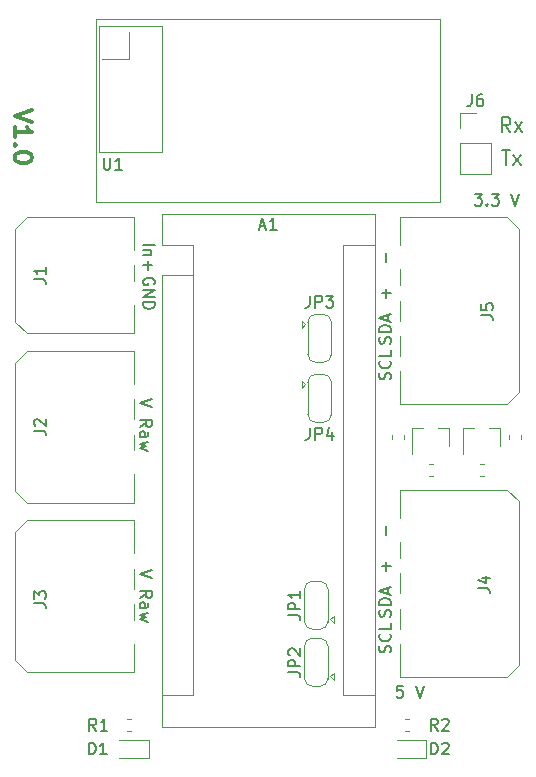
<source format=gbr>
G04 #@! TF.GenerationSoftware,KiCad,Pcbnew,(5.1.5)-3*
G04 #@! TF.CreationDate,2020-05-08T22:00:03-06:00*
G04 #@! TF.ProjectId,fluid,666c7569-642e-46b6-9963-61645f706362,rev?*
G04 #@! TF.SameCoordinates,Original*
G04 #@! TF.FileFunction,Legend,Top*
G04 #@! TF.FilePolarity,Positive*
%FSLAX46Y46*%
G04 Gerber Fmt 4.6, Leading zero omitted, Abs format (unit mm)*
G04 Created by KiCad (PCBNEW (5.1.5)-3) date 2020-05-08 22:00:03*
%MOMM*%
%LPD*%
G04 APERTURE LIST*
%ADD10C,0.200000*%
%ADD11C,0.300000*%
%ADD12C,0.150000*%
%ADD13C,0.120000*%
G04 APERTURE END LIST*
D10*
X102295428Y-97640857D02*
X102981142Y-97640857D01*
X102638285Y-98840857D02*
X102638285Y-97640857D01*
X103266857Y-98840857D02*
X103895428Y-98040857D01*
X103266857Y-98040857D02*
X103895428Y-98840857D01*
X103009714Y-96046857D02*
X102609714Y-95475428D01*
X102324000Y-96046857D02*
X102324000Y-94846857D01*
X102781142Y-94846857D01*
X102895428Y-94904000D01*
X102952571Y-94961142D01*
X103009714Y-95075428D01*
X103009714Y-95246857D01*
X102952571Y-95361142D01*
X102895428Y-95418285D01*
X102781142Y-95475428D01*
X102324000Y-95475428D01*
X103409714Y-96046857D02*
X104038285Y-95246857D01*
X103409714Y-95246857D02*
X104038285Y-96046857D01*
D11*
X62543428Y-94234285D02*
X61043428Y-94734285D01*
X62543428Y-95234285D01*
X61043428Y-96520000D02*
X61043428Y-95662857D01*
X61043428Y-96091428D02*
X62543428Y-96091428D01*
X62329142Y-95948571D01*
X62186285Y-95805714D01*
X62114857Y-95662857D01*
X61186285Y-97162857D02*
X61114857Y-97234285D01*
X61043428Y-97162857D01*
X61114857Y-97091428D01*
X61186285Y-97162857D01*
X61043428Y-97162857D01*
X62543428Y-98162857D02*
X62543428Y-98305714D01*
X62472000Y-98448571D01*
X62400571Y-98520000D01*
X62257714Y-98591428D01*
X61972000Y-98662857D01*
X61614857Y-98662857D01*
X61329142Y-98591428D01*
X61186285Y-98520000D01*
X61114857Y-98448571D01*
X61043428Y-98305714D01*
X61043428Y-98162857D01*
X61114857Y-98020000D01*
X61186285Y-97948571D01*
X61329142Y-97877142D01*
X61614857Y-97805714D01*
X61972000Y-97805714D01*
X62257714Y-97877142D01*
X62400571Y-97948571D01*
X62472000Y-98020000D01*
X62543428Y-98162857D01*
D12*
X72890000Y-108966095D02*
X72937619Y-108870857D01*
X72937619Y-108728000D01*
X72890000Y-108585142D01*
X72794761Y-108489904D01*
X72699523Y-108442285D01*
X72509047Y-108394666D01*
X72366190Y-108394666D01*
X72175714Y-108442285D01*
X72080476Y-108489904D01*
X71985238Y-108585142D01*
X71937619Y-108728000D01*
X71937619Y-108823238D01*
X71985238Y-108966095D01*
X72032857Y-109013714D01*
X72366190Y-109013714D01*
X72366190Y-108823238D01*
X71937619Y-109442285D02*
X72937619Y-109442285D01*
X71937619Y-110013714D01*
X72937619Y-110013714D01*
X71937619Y-110489904D02*
X72937619Y-110489904D01*
X72937619Y-110728000D01*
X72890000Y-110870857D01*
X72794761Y-110966095D01*
X72699523Y-111013714D01*
X72509047Y-111061333D01*
X72366190Y-111061333D01*
X72175714Y-111013714D01*
X72080476Y-110966095D01*
X71985238Y-110870857D01*
X71937619Y-110728000D01*
X71937619Y-110489904D01*
X71937619Y-105608571D02*
X72937619Y-105608571D01*
X72604285Y-106084761D02*
X71937619Y-106084761D01*
X72509047Y-106084761D02*
X72556666Y-106132380D01*
X72604285Y-106227619D01*
X72604285Y-106370476D01*
X72556666Y-106465714D01*
X72461428Y-106513333D01*
X71937619Y-106513333D01*
X72318571Y-106989523D02*
X72318571Y-107751428D01*
X71937619Y-107370476D02*
X72699523Y-107370476D01*
X72683619Y-118713523D02*
X71683619Y-119046857D01*
X72683619Y-119380190D01*
X71683619Y-121046857D02*
X72159809Y-120713523D01*
X71683619Y-120475428D02*
X72683619Y-120475428D01*
X72683619Y-120856380D01*
X72636000Y-120951619D01*
X72588380Y-120999238D01*
X72493142Y-121046857D01*
X72350285Y-121046857D01*
X72255047Y-120999238D01*
X72207428Y-120951619D01*
X72159809Y-120856380D01*
X72159809Y-120475428D01*
X71683619Y-121904000D02*
X72207428Y-121904000D01*
X72302666Y-121856380D01*
X72350285Y-121761142D01*
X72350285Y-121570666D01*
X72302666Y-121475428D01*
X71731238Y-121904000D02*
X71683619Y-121808761D01*
X71683619Y-121570666D01*
X71731238Y-121475428D01*
X71826476Y-121427809D01*
X71921714Y-121427809D01*
X72016952Y-121475428D01*
X72064571Y-121570666D01*
X72064571Y-121808761D01*
X72112190Y-121904000D01*
X72350285Y-122284952D02*
X71683619Y-122475428D01*
X72159809Y-122665904D01*
X71683619Y-122856380D01*
X72350285Y-123046857D01*
X72683619Y-133191523D02*
X71683619Y-133524857D01*
X72683619Y-133858190D01*
X71683619Y-135524857D02*
X72159809Y-135191523D01*
X71683619Y-134953428D02*
X72683619Y-134953428D01*
X72683619Y-135334380D01*
X72636000Y-135429619D01*
X72588380Y-135477238D01*
X72493142Y-135524857D01*
X72350285Y-135524857D01*
X72255047Y-135477238D01*
X72207428Y-135429619D01*
X72159809Y-135334380D01*
X72159809Y-134953428D01*
X71683619Y-136382000D02*
X72207428Y-136382000D01*
X72302666Y-136334380D01*
X72350285Y-136239142D01*
X72350285Y-136048666D01*
X72302666Y-135953428D01*
X71731238Y-136382000D02*
X71683619Y-136286761D01*
X71683619Y-136048666D01*
X71731238Y-135953428D01*
X71826476Y-135905809D01*
X71921714Y-135905809D01*
X72016952Y-135953428D01*
X72064571Y-136048666D01*
X72064571Y-136286761D01*
X72112190Y-136382000D01*
X72350285Y-136762952D02*
X71683619Y-136953428D01*
X72159809Y-137143904D01*
X71683619Y-137334380D01*
X72350285Y-137524857D01*
X92527428Y-130174952D02*
X92527428Y-129413047D01*
X92527428Y-133222952D02*
X92527428Y-132461047D01*
X92908380Y-132842000D02*
X92146476Y-132842000D01*
X92527428Y-107060952D02*
X92527428Y-106299047D01*
X92527428Y-110108952D02*
X92527428Y-109347047D01*
X92908380Y-109728000D02*
X92146476Y-109728000D01*
X92860761Y-117014476D02*
X92908380Y-116871619D01*
X92908380Y-116633523D01*
X92860761Y-116538285D01*
X92813142Y-116490666D01*
X92717904Y-116443047D01*
X92622666Y-116443047D01*
X92527428Y-116490666D01*
X92479809Y-116538285D01*
X92432190Y-116633523D01*
X92384571Y-116824000D01*
X92336952Y-116919238D01*
X92289333Y-116966857D01*
X92194095Y-117014476D01*
X92098857Y-117014476D01*
X92003619Y-116966857D01*
X91956000Y-116919238D01*
X91908380Y-116824000D01*
X91908380Y-116585904D01*
X91956000Y-116443047D01*
X92813142Y-115443047D02*
X92860761Y-115490666D01*
X92908380Y-115633523D01*
X92908380Y-115728761D01*
X92860761Y-115871619D01*
X92765523Y-115966857D01*
X92670285Y-116014476D01*
X92479809Y-116062095D01*
X92336952Y-116062095D01*
X92146476Y-116014476D01*
X92051238Y-115966857D01*
X91956000Y-115871619D01*
X91908380Y-115728761D01*
X91908380Y-115633523D01*
X91956000Y-115490666D01*
X92003619Y-115443047D01*
X92908380Y-114538285D02*
X92908380Y-115014476D01*
X91908380Y-115014476D01*
X92860761Y-113990285D02*
X92908380Y-113847428D01*
X92908380Y-113609333D01*
X92860761Y-113514095D01*
X92813142Y-113466476D01*
X92717904Y-113418857D01*
X92622666Y-113418857D01*
X92527428Y-113466476D01*
X92479809Y-113514095D01*
X92432190Y-113609333D01*
X92384571Y-113799809D01*
X92336952Y-113895047D01*
X92289333Y-113942666D01*
X92194095Y-113990285D01*
X92098857Y-113990285D01*
X92003619Y-113942666D01*
X91956000Y-113895047D01*
X91908380Y-113799809D01*
X91908380Y-113561714D01*
X91956000Y-113418857D01*
X92908380Y-112990285D02*
X91908380Y-112990285D01*
X91908380Y-112752190D01*
X91956000Y-112609333D01*
X92051238Y-112514095D01*
X92146476Y-112466476D01*
X92336952Y-112418857D01*
X92479809Y-112418857D01*
X92670285Y-112466476D01*
X92765523Y-112514095D01*
X92860761Y-112609333D01*
X92908380Y-112752190D01*
X92908380Y-112990285D01*
X92622666Y-112037904D02*
X92622666Y-111561714D01*
X92908380Y-112133142D02*
X91908380Y-111799809D01*
X92908380Y-111466476D01*
X92860761Y-140128476D02*
X92908380Y-139985619D01*
X92908380Y-139747523D01*
X92860761Y-139652285D01*
X92813142Y-139604666D01*
X92717904Y-139557047D01*
X92622666Y-139557047D01*
X92527428Y-139604666D01*
X92479809Y-139652285D01*
X92432190Y-139747523D01*
X92384571Y-139938000D01*
X92336952Y-140033238D01*
X92289333Y-140080857D01*
X92194095Y-140128476D01*
X92098857Y-140128476D01*
X92003619Y-140080857D01*
X91956000Y-140033238D01*
X91908380Y-139938000D01*
X91908380Y-139699904D01*
X91956000Y-139557047D01*
X92813142Y-138557047D02*
X92860761Y-138604666D01*
X92908380Y-138747523D01*
X92908380Y-138842761D01*
X92860761Y-138985619D01*
X92765523Y-139080857D01*
X92670285Y-139128476D01*
X92479809Y-139176095D01*
X92336952Y-139176095D01*
X92146476Y-139128476D01*
X92051238Y-139080857D01*
X91956000Y-138985619D01*
X91908380Y-138842761D01*
X91908380Y-138747523D01*
X91956000Y-138604666D01*
X92003619Y-138557047D01*
X92908380Y-137652285D02*
X92908380Y-138128476D01*
X91908380Y-138128476D01*
X92860761Y-137104285D02*
X92908380Y-136961428D01*
X92908380Y-136723333D01*
X92860761Y-136628095D01*
X92813142Y-136580476D01*
X92717904Y-136532857D01*
X92622666Y-136532857D01*
X92527428Y-136580476D01*
X92479809Y-136628095D01*
X92432190Y-136723333D01*
X92384571Y-136913809D01*
X92336952Y-137009047D01*
X92289333Y-137056666D01*
X92194095Y-137104285D01*
X92098857Y-137104285D01*
X92003619Y-137056666D01*
X91956000Y-137009047D01*
X91908380Y-136913809D01*
X91908380Y-136675714D01*
X91956000Y-136532857D01*
X92908380Y-136104285D02*
X91908380Y-136104285D01*
X91908380Y-135866190D01*
X91956000Y-135723333D01*
X92051238Y-135628095D01*
X92146476Y-135580476D01*
X92336952Y-135532857D01*
X92479809Y-135532857D01*
X92670285Y-135580476D01*
X92765523Y-135628095D01*
X92860761Y-135723333D01*
X92908380Y-135866190D01*
X92908380Y-136104285D01*
X92622666Y-135151904D02*
X92622666Y-134675714D01*
X92908380Y-135247142D02*
X91908380Y-134913809D01*
X92908380Y-134580476D01*
X93916571Y-142962380D02*
X93440380Y-142962380D01*
X93392761Y-143438571D01*
X93440380Y-143390952D01*
X93535619Y-143343333D01*
X93773714Y-143343333D01*
X93868952Y-143390952D01*
X93916571Y-143438571D01*
X93964190Y-143533809D01*
X93964190Y-143771904D01*
X93916571Y-143867142D01*
X93868952Y-143914761D01*
X93773714Y-143962380D01*
X93535619Y-143962380D01*
X93440380Y-143914761D01*
X93392761Y-143867142D01*
X95011809Y-142962380D02*
X95345142Y-143962380D01*
X95678476Y-142962380D01*
X99996857Y-101306380D02*
X100615904Y-101306380D01*
X100282571Y-101687333D01*
X100425428Y-101687333D01*
X100520666Y-101734952D01*
X100568285Y-101782571D01*
X100615904Y-101877809D01*
X100615904Y-102115904D01*
X100568285Y-102211142D01*
X100520666Y-102258761D01*
X100425428Y-102306380D01*
X100139714Y-102306380D01*
X100044476Y-102258761D01*
X99996857Y-102211142D01*
X101044476Y-102211142D02*
X101092095Y-102258761D01*
X101044476Y-102306380D01*
X100996857Y-102258761D01*
X101044476Y-102211142D01*
X101044476Y-102306380D01*
X101425428Y-101306380D02*
X102044476Y-101306380D01*
X101711142Y-101687333D01*
X101854000Y-101687333D01*
X101949238Y-101734952D01*
X101996857Y-101782571D01*
X102044476Y-101877809D01*
X102044476Y-102115904D01*
X101996857Y-102211142D01*
X101949238Y-102258761D01*
X101854000Y-102306380D01*
X101568285Y-102306380D01*
X101473047Y-102258761D01*
X101425428Y-102211142D01*
X103092095Y-101306380D02*
X103425428Y-102306380D01*
X103758761Y-101306380D01*
D13*
X71194000Y-134730233D02*
X71194000Y-133033767D01*
X71194000Y-137372000D02*
X71194000Y-136033767D01*
X71194000Y-128947000D02*
X71194000Y-131730233D01*
X71194000Y-141817000D02*
X71194000Y-139392000D01*
X62074000Y-128947000D02*
X71194000Y-128947000D01*
X61074000Y-129947000D02*
X62074000Y-128947000D01*
X61074000Y-140817000D02*
X61074000Y-129947000D01*
X62074000Y-141817000D02*
X61074000Y-140817000D01*
X71194000Y-141817000D02*
X62074000Y-141817000D01*
X76160000Y-108204000D02*
X76160000Y-105664000D01*
X76160000Y-105664000D02*
X73490000Y-105664000D01*
X73490000Y-108204000D02*
X73490000Y-146434000D01*
X73490000Y-102994000D02*
X73490000Y-105664000D01*
X88860000Y-105664000D02*
X91530000Y-105664000D01*
X88860000Y-105664000D02*
X88860000Y-143764000D01*
X88860000Y-143764000D02*
X91530000Y-143764000D01*
X76160000Y-108204000D02*
X73490000Y-108204000D01*
X76160000Y-108204000D02*
X76160000Y-143764000D01*
X76160000Y-143764000D02*
X73490000Y-143764000D01*
X73490000Y-146434000D02*
X91530000Y-146434000D01*
X91530000Y-146434000D02*
X91530000Y-102994000D01*
X91530000Y-102994000D02*
X73490000Y-102994000D01*
X69926000Y-149059000D02*
X72386000Y-149059000D01*
X72386000Y-149059000D02*
X72386000Y-147589000D01*
X72386000Y-147589000D02*
X69926000Y-147589000D01*
X95894000Y-147589000D02*
X93434000Y-147589000D01*
X95894000Y-149059000D02*
X95894000Y-147589000D01*
X93434000Y-149059000D02*
X95894000Y-149059000D01*
X71194000Y-113129000D02*
X62074000Y-113129000D01*
X62074000Y-113129000D02*
X61074000Y-112129000D01*
X61074000Y-112129000D02*
X61074000Y-104259000D01*
X61074000Y-104259000D02*
X62074000Y-103259000D01*
X62074000Y-103259000D02*
X71194000Y-103259000D01*
X71194000Y-113129000D02*
X71194000Y-110704000D01*
X71194000Y-103259000D02*
X71194000Y-106042233D01*
X71194000Y-108684000D02*
X71194000Y-107345767D01*
X70599733Y-145794000D02*
X70942267Y-145794000D01*
X70599733Y-146814000D02*
X70942267Y-146814000D01*
X68230000Y-87122000D02*
X73564000Y-87122000D01*
X73564000Y-87122000D02*
X73564000Y-97790000D01*
X73564000Y-97790000D02*
X68230000Y-97790000D01*
X68230000Y-97790000D02*
X68230000Y-97790000D01*
X70770000Y-87630000D02*
X70770000Y-89916000D01*
X70770000Y-89916000D02*
X68484000Y-89916000D01*
X68484000Y-89916000D02*
X68484000Y-89916000D01*
X67900000Y-86546000D02*
X97100000Y-86546000D01*
X97100000Y-86546000D02*
X97100000Y-101996000D01*
X97100000Y-101996000D02*
X67900000Y-101996000D01*
X67900000Y-101996000D02*
X67900000Y-86546000D01*
X67900000Y-86546000D02*
X67900000Y-86546000D01*
X68230000Y-97790000D02*
X68230000Y-87122000D01*
X68230000Y-87122000D02*
X68230000Y-87122000D01*
X94062733Y-145794000D02*
X94405267Y-145794000D01*
X94062733Y-146814000D02*
X94405267Y-146814000D01*
X71194000Y-127473000D02*
X62074000Y-127473000D01*
X62074000Y-127473000D02*
X61074000Y-126473000D01*
X61074000Y-126473000D02*
X61074000Y-115603000D01*
X61074000Y-115603000D02*
X62074000Y-114603000D01*
X62074000Y-114603000D02*
X71194000Y-114603000D01*
X71194000Y-127473000D02*
X71194000Y-125048000D01*
X71194000Y-114603000D02*
X71194000Y-117386233D01*
X71194000Y-123028000D02*
X71194000Y-121689767D01*
X71194000Y-120386233D02*
X71194000Y-118689767D01*
X93652000Y-126359000D02*
X102772000Y-126359000D01*
X102772000Y-126359000D02*
X103772000Y-127359000D01*
X103772000Y-127359000D02*
X103772000Y-141229000D01*
X103772000Y-141229000D02*
X102772000Y-142229000D01*
X102772000Y-142229000D02*
X93652000Y-142229000D01*
X93652000Y-126359000D02*
X93652000Y-128784000D01*
X93652000Y-142229000D02*
X93652000Y-139445767D01*
X93652000Y-130804000D02*
X93652000Y-132142233D01*
X93652000Y-133445767D02*
X93652000Y-135142233D01*
X93652000Y-136445767D02*
X93652000Y-138142233D01*
X93652000Y-113345767D02*
X93652000Y-115042233D01*
X93652000Y-110345767D02*
X93652000Y-112042233D01*
X93652000Y-107704000D02*
X93652000Y-109042233D01*
X93652000Y-119129000D02*
X93652000Y-116345767D01*
X93652000Y-103259000D02*
X93652000Y-105684000D01*
X102772000Y-119129000D02*
X93652000Y-119129000D01*
X103772000Y-118129000D02*
X102772000Y-119129000D01*
X103772000Y-104259000D02*
X103772000Y-118129000D01*
X102772000Y-103259000D02*
X103772000Y-104259000D01*
X93652000Y-103259000D02*
X102772000Y-103259000D01*
X97846000Y-121160000D02*
X96916000Y-121160000D01*
X94686000Y-121160000D02*
X95616000Y-121160000D01*
X94686000Y-121160000D02*
X94686000Y-123320000D01*
X97846000Y-121160000D02*
X97846000Y-122620000D01*
X102164000Y-121160000D02*
X102164000Y-122620000D01*
X99004000Y-121160000D02*
X99004000Y-123320000D01*
X99004000Y-121160000D02*
X99934000Y-121160000D01*
X102164000Y-121160000D02*
X101234000Y-121160000D01*
X93982000Y-122091267D02*
X93982000Y-121748733D01*
X92962000Y-122091267D02*
X92962000Y-121748733D01*
X103888000Y-122091267D02*
X103888000Y-121748733D01*
X102868000Y-122091267D02*
X102868000Y-121748733D01*
X96094733Y-124204000D02*
X96437267Y-124204000D01*
X96094733Y-125224000D02*
X96437267Y-125224000D01*
X100412733Y-124204000D02*
X100755267Y-124204000D01*
X100412733Y-125224000D02*
X100755267Y-125224000D01*
X98746000Y-99628000D02*
X101406000Y-99628000D01*
X98746000Y-97028000D02*
X98746000Y-99628000D01*
X101406000Y-97028000D02*
X101406000Y-99628000D01*
X98746000Y-97028000D02*
X101406000Y-97028000D01*
X98746000Y-95758000D02*
X98746000Y-94428000D01*
X98746000Y-94428000D02*
X100076000Y-94428000D01*
X86283000Y-138194000D02*
G75*
G02X85583000Y-137494000I0J700000D01*
G01*
X87583000Y-137494000D02*
G75*
G02X86883000Y-138194000I-700000J0D01*
G01*
X86883000Y-134094000D02*
G75*
G02X87583000Y-134794000I0J-700000D01*
G01*
X85583000Y-134794000D02*
G75*
G02X86283000Y-134094000I700000J0D01*
G01*
X85583000Y-137544000D02*
X85583000Y-134744000D01*
X86283000Y-134094000D02*
X86883000Y-134094000D01*
X87583000Y-134744000D02*
X87583000Y-137544000D01*
X86883000Y-138194000D02*
X86283000Y-138194000D01*
X87783000Y-137344000D02*
X88083000Y-137644000D01*
X88083000Y-137644000D02*
X88083000Y-137044000D01*
X87783000Y-137344000D02*
X88083000Y-137044000D01*
X87783000Y-142170000D02*
X88083000Y-141870000D01*
X88083000Y-142470000D02*
X88083000Y-141870000D01*
X87783000Y-142170000D02*
X88083000Y-142470000D01*
X86883000Y-143020000D02*
X86283000Y-143020000D01*
X87583000Y-139570000D02*
X87583000Y-142370000D01*
X86283000Y-138920000D02*
X86883000Y-138920000D01*
X85583000Y-142370000D02*
X85583000Y-139570000D01*
X85583000Y-139620000D02*
G75*
G02X86283000Y-138920000I700000J0D01*
G01*
X86883000Y-138920000D02*
G75*
G02X87583000Y-139620000I0J-700000D01*
G01*
X87583000Y-142320000D02*
G75*
G02X86883000Y-143020000I-700000J0D01*
G01*
X86283000Y-143020000D02*
G75*
G02X85583000Y-142320000I0J700000D01*
G01*
X87168000Y-111488000D02*
G75*
G02X87868000Y-112188000I0J-700000D01*
G01*
X85868000Y-112188000D02*
G75*
G02X86568000Y-111488000I700000J0D01*
G01*
X86568000Y-115588000D02*
G75*
G02X85868000Y-114888000I0J700000D01*
G01*
X87868000Y-114888000D02*
G75*
G02X87168000Y-115588000I-700000J0D01*
G01*
X87868000Y-112138000D02*
X87868000Y-114938000D01*
X87168000Y-115588000D02*
X86568000Y-115588000D01*
X85868000Y-114938000D02*
X85868000Y-112138000D01*
X86568000Y-111488000D02*
X87168000Y-111488000D01*
X85668000Y-112338000D02*
X85368000Y-112038000D01*
X85368000Y-112038000D02*
X85368000Y-112638000D01*
X85668000Y-112338000D02*
X85368000Y-112638000D01*
X85668000Y-117418000D02*
X85368000Y-117718000D01*
X85368000Y-117118000D02*
X85368000Y-117718000D01*
X85668000Y-117418000D02*
X85368000Y-117118000D01*
X86568000Y-116568000D02*
X87168000Y-116568000D01*
X85868000Y-120018000D02*
X85868000Y-117218000D01*
X87168000Y-120668000D02*
X86568000Y-120668000D01*
X87868000Y-117218000D02*
X87868000Y-120018000D01*
X87868000Y-119968000D02*
G75*
G02X87168000Y-120668000I-700000J0D01*
G01*
X86568000Y-120668000D02*
G75*
G02X85868000Y-119968000I0J700000D01*
G01*
X85868000Y-117268000D02*
G75*
G02X86568000Y-116568000I700000J0D01*
G01*
X87168000Y-116568000D02*
G75*
G02X87868000Y-117268000I0J-700000D01*
G01*
D12*
X62698380Y-135969333D02*
X63412666Y-135969333D01*
X63555523Y-136016952D01*
X63650761Y-136112190D01*
X63698380Y-136255047D01*
X63698380Y-136350285D01*
X62698380Y-135588380D02*
X62698380Y-134969333D01*
X63079333Y-135302666D01*
X63079333Y-135159809D01*
X63126952Y-135064571D01*
X63174571Y-135016952D01*
X63269809Y-134969333D01*
X63507904Y-134969333D01*
X63603142Y-135016952D01*
X63650761Y-135064571D01*
X63698380Y-135159809D01*
X63698380Y-135445523D01*
X63650761Y-135540761D01*
X63603142Y-135588380D01*
X81795714Y-104052666D02*
X82271904Y-104052666D01*
X81700476Y-104338380D02*
X82033809Y-103338380D01*
X82367142Y-104338380D01*
X83224285Y-104338380D02*
X82652857Y-104338380D01*
X82938571Y-104338380D02*
X82938571Y-103338380D01*
X82843333Y-103481238D01*
X82748095Y-103576476D01*
X82652857Y-103624095D01*
X67333904Y-148776380D02*
X67333904Y-147776380D01*
X67572000Y-147776380D01*
X67714857Y-147824000D01*
X67810095Y-147919238D01*
X67857714Y-148014476D01*
X67905333Y-148204952D01*
X67905333Y-148347809D01*
X67857714Y-148538285D01*
X67810095Y-148633523D01*
X67714857Y-148728761D01*
X67572000Y-148776380D01*
X67333904Y-148776380D01*
X68857714Y-148776380D02*
X68286285Y-148776380D01*
X68572000Y-148776380D02*
X68572000Y-147776380D01*
X68476761Y-147919238D01*
X68381523Y-148014476D01*
X68286285Y-148062095D01*
X96289904Y-148776380D02*
X96289904Y-147776380D01*
X96528000Y-147776380D01*
X96670857Y-147824000D01*
X96766095Y-147919238D01*
X96813714Y-148014476D01*
X96861333Y-148204952D01*
X96861333Y-148347809D01*
X96813714Y-148538285D01*
X96766095Y-148633523D01*
X96670857Y-148728761D01*
X96528000Y-148776380D01*
X96289904Y-148776380D01*
X97242285Y-147871619D02*
X97289904Y-147824000D01*
X97385142Y-147776380D01*
X97623238Y-147776380D01*
X97718476Y-147824000D01*
X97766095Y-147871619D01*
X97813714Y-147966857D01*
X97813714Y-148062095D01*
X97766095Y-148204952D01*
X97194666Y-148776380D01*
X97813714Y-148776380D01*
X62698380Y-108537333D02*
X63412666Y-108537333D01*
X63555523Y-108584952D01*
X63650761Y-108680190D01*
X63698380Y-108823047D01*
X63698380Y-108918285D01*
X63698380Y-107537333D02*
X63698380Y-108108761D01*
X63698380Y-107823047D02*
X62698380Y-107823047D01*
X62841238Y-107918285D01*
X62936476Y-108013523D01*
X62984095Y-108108761D01*
X67950333Y-146756380D02*
X67617000Y-146280190D01*
X67378904Y-146756380D02*
X67378904Y-145756380D01*
X67759857Y-145756380D01*
X67855095Y-145804000D01*
X67902714Y-145851619D01*
X67950333Y-145946857D01*
X67950333Y-146089714D01*
X67902714Y-146184952D01*
X67855095Y-146232571D01*
X67759857Y-146280190D01*
X67378904Y-146280190D01*
X68902714Y-146756380D02*
X68331285Y-146756380D01*
X68617000Y-146756380D02*
X68617000Y-145756380D01*
X68521761Y-145899238D01*
X68426523Y-145994476D01*
X68331285Y-146042095D01*
X68580095Y-98258380D02*
X68580095Y-99067904D01*
X68627714Y-99163142D01*
X68675333Y-99210761D01*
X68770571Y-99258380D01*
X68961047Y-99258380D01*
X69056285Y-99210761D01*
X69103904Y-99163142D01*
X69151523Y-99067904D01*
X69151523Y-98258380D01*
X70151523Y-99258380D02*
X69580095Y-99258380D01*
X69865809Y-99258380D02*
X69865809Y-98258380D01*
X69770571Y-98401238D01*
X69675333Y-98496476D01*
X69580095Y-98544095D01*
X96861333Y-146756380D02*
X96528000Y-146280190D01*
X96289904Y-146756380D02*
X96289904Y-145756380D01*
X96670857Y-145756380D01*
X96766095Y-145804000D01*
X96813714Y-145851619D01*
X96861333Y-145946857D01*
X96861333Y-146089714D01*
X96813714Y-146184952D01*
X96766095Y-146232571D01*
X96670857Y-146280190D01*
X96289904Y-146280190D01*
X97242285Y-145851619D02*
X97289904Y-145804000D01*
X97385142Y-145756380D01*
X97623238Y-145756380D01*
X97718476Y-145804000D01*
X97766095Y-145851619D01*
X97813714Y-145946857D01*
X97813714Y-146042095D01*
X97766095Y-146184952D01*
X97194666Y-146756380D01*
X97813714Y-146756380D01*
X62698380Y-121371333D02*
X63412666Y-121371333D01*
X63555523Y-121418952D01*
X63650761Y-121514190D01*
X63698380Y-121657047D01*
X63698380Y-121752285D01*
X62793619Y-120942761D02*
X62746000Y-120895142D01*
X62698380Y-120799904D01*
X62698380Y-120561809D01*
X62746000Y-120466571D01*
X62793619Y-120418952D01*
X62888857Y-120371333D01*
X62984095Y-120371333D01*
X63126952Y-120418952D01*
X63698380Y-120990380D01*
X63698380Y-120371333D01*
X100290380Y-134699333D02*
X101004666Y-134699333D01*
X101147523Y-134746952D01*
X101242761Y-134842190D01*
X101290380Y-134985047D01*
X101290380Y-135080285D01*
X100623714Y-133794571D02*
X101290380Y-133794571D01*
X100242761Y-134032666D02*
X100957047Y-134270761D01*
X100957047Y-133651714D01*
X100544380Y-111585333D02*
X101258666Y-111585333D01*
X101401523Y-111632952D01*
X101496761Y-111728190D01*
X101544380Y-111871047D01*
X101544380Y-111966285D01*
X100544380Y-110632952D02*
X100544380Y-111109142D01*
X101020571Y-111156761D01*
X100972952Y-111109142D01*
X100925333Y-111013904D01*
X100925333Y-110775809D01*
X100972952Y-110680571D01*
X101020571Y-110632952D01*
X101115809Y-110585333D01*
X101353904Y-110585333D01*
X101449142Y-110632952D01*
X101496761Y-110680571D01*
X101544380Y-110775809D01*
X101544380Y-111013904D01*
X101496761Y-111109142D01*
X101449142Y-111156761D01*
X99742666Y-92880380D02*
X99742666Y-93594666D01*
X99695047Y-93737523D01*
X99599809Y-93832761D01*
X99456952Y-93880380D01*
X99361714Y-93880380D01*
X100647428Y-92880380D02*
X100456952Y-92880380D01*
X100361714Y-92928000D01*
X100314095Y-92975619D01*
X100218857Y-93118476D01*
X100171238Y-93308952D01*
X100171238Y-93689904D01*
X100218857Y-93785142D01*
X100266476Y-93832761D01*
X100361714Y-93880380D01*
X100552190Y-93880380D01*
X100647428Y-93832761D01*
X100695047Y-93785142D01*
X100742666Y-93689904D01*
X100742666Y-93451809D01*
X100695047Y-93356571D01*
X100647428Y-93308952D01*
X100552190Y-93261333D01*
X100361714Y-93261333D01*
X100266476Y-93308952D01*
X100218857Y-93356571D01*
X100171238Y-93451809D01*
X84235380Y-136977333D02*
X84949666Y-136977333D01*
X85092523Y-137024952D01*
X85187761Y-137120190D01*
X85235380Y-137263047D01*
X85235380Y-137358285D01*
X85235380Y-136501142D02*
X84235380Y-136501142D01*
X84235380Y-136120190D01*
X84283000Y-136024952D01*
X84330619Y-135977333D01*
X84425857Y-135929714D01*
X84568714Y-135929714D01*
X84663952Y-135977333D01*
X84711571Y-136024952D01*
X84759190Y-136120190D01*
X84759190Y-136501142D01*
X85235380Y-134977333D02*
X85235380Y-135548761D01*
X85235380Y-135263047D02*
X84235380Y-135263047D01*
X84378238Y-135358285D01*
X84473476Y-135453523D01*
X84521095Y-135548761D01*
X84235380Y-141803333D02*
X84949666Y-141803333D01*
X85092523Y-141850952D01*
X85187761Y-141946190D01*
X85235380Y-142089047D01*
X85235380Y-142184285D01*
X85235380Y-141327142D02*
X84235380Y-141327142D01*
X84235380Y-140946190D01*
X84283000Y-140850952D01*
X84330619Y-140803333D01*
X84425857Y-140755714D01*
X84568714Y-140755714D01*
X84663952Y-140803333D01*
X84711571Y-140850952D01*
X84759190Y-140946190D01*
X84759190Y-141327142D01*
X84330619Y-140374761D02*
X84283000Y-140327142D01*
X84235380Y-140231904D01*
X84235380Y-139993809D01*
X84283000Y-139898571D01*
X84330619Y-139850952D01*
X84425857Y-139803333D01*
X84521095Y-139803333D01*
X84663952Y-139850952D01*
X85235380Y-140422380D01*
X85235380Y-139803333D01*
X86034666Y-109942380D02*
X86034666Y-110656666D01*
X85987047Y-110799523D01*
X85891809Y-110894761D01*
X85748952Y-110942380D01*
X85653714Y-110942380D01*
X86510857Y-110942380D02*
X86510857Y-109942380D01*
X86891809Y-109942380D01*
X86987047Y-109990000D01*
X87034666Y-110037619D01*
X87082285Y-110132857D01*
X87082285Y-110275714D01*
X87034666Y-110370952D01*
X86987047Y-110418571D01*
X86891809Y-110466190D01*
X86510857Y-110466190D01*
X87415619Y-109942380D02*
X88034666Y-109942380D01*
X87701333Y-110323333D01*
X87844190Y-110323333D01*
X87939428Y-110370952D01*
X87987047Y-110418571D01*
X88034666Y-110513809D01*
X88034666Y-110751904D01*
X87987047Y-110847142D01*
X87939428Y-110894761D01*
X87844190Y-110942380D01*
X87558476Y-110942380D01*
X87463238Y-110894761D01*
X87415619Y-110847142D01*
X86034666Y-121118380D02*
X86034666Y-121832666D01*
X85987047Y-121975523D01*
X85891809Y-122070761D01*
X85748952Y-122118380D01*
X85653714Y-122118380D01*
X86510857Y-122118380D02*
X86510857Y-121118380D01*
X86891809Y-121118380D01*
X86987047Y-121166000D01*
X87034666Y-121213619D01*
X87082285Y-121308857D01*
X87082285Y-121451714D01*
X87034666Y-121546952D01*
X86987047Y-121594571D01*
X86891809Y-121642190D01*
X86510857Y-121642190D01*
X87939428Y-121451714D02*
X87939428Y-122118380D01*
X87701333Y-121070761D02*
X87463238Y-121785047D01*
X88082285Y-121785047D01*
M02*

</source>
